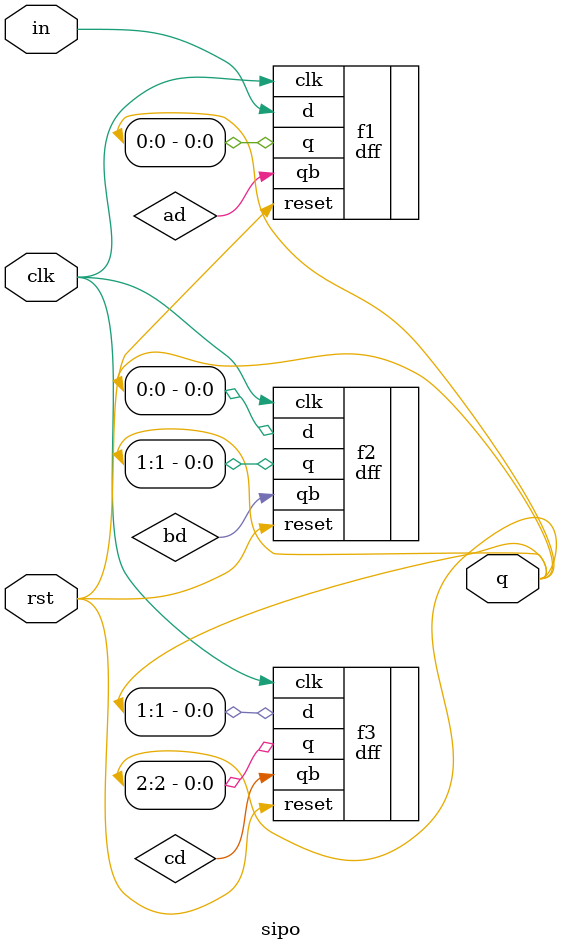
<source format=v>
module d_ff(clk,rst,d,q);
  input d;
  input clk,rst;
  output q;
  reg q;
  always@(posedge clk)
  begin
  if(rst==1'b1)
    q<=1'b0;
  else
    q<=d;
  end
endmodule

module sipo(in,clk,rst,q);
  input in, clk, rst;
  output [2:0]q;
  wire ad,bd,cd;
  
  dff f1(.d(in),.q(q[0]),.qb(ad),.clk(clk),.reset(rst));
  dff f2(.d(q[0]),.q(q[1]),.qb(bd),.clk(clk),.reset(rst));
  dff f3(.d(q[1]),.q(q[2]),.qb(cd),.clk(clk),.reset(rst));
  
endmodule
</source>
